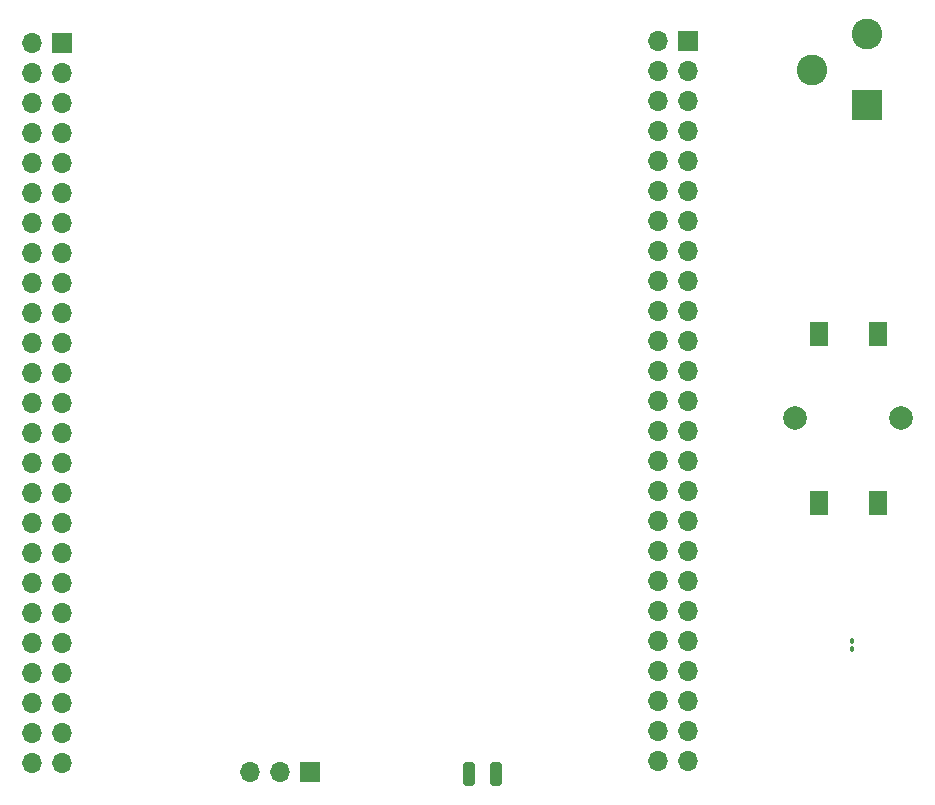
<source format=gbr>
%TF.GenerationSoftware,KiCad,Pcbnew,(7.0.0)*%
%TF.CreationDate,2023-05-31T19:24:38-06:00*%
%TF.ProjectId,STM32 LED Shield,53544d33-3220-44c4-9544-20536869656c,rev?*%
%TF.SameCoordinates,Original*%
%TF.FileFunction,Soldermask,Top*%
%TF.FilePolarity,Negative*%
%FSLAX46Y46*%
G04 Gerber Fmt 4.6, Leading zero omitted, Abs format (unit mm)*
G04 Created by KiCad (PCBNEW (7.0.0)) date 2023-05-31 19:24:38*
%MOMM*%
%LPD*%
G01*
G04 APERTURE LIST*
G04 Aperture macros list*
%AMRoundRect*
0 Rectangle with rounded corners*
0 $1 Rounding radius*
0 $2 $3 $4 $5 $6 $7 $8 $9 X,Y pos of 4 corners*
0 Add a 4 corners polygon primitive as box body*
4,1,4,$2,$3,$4,$5,$6,$7,$8,$9,$2,$3,0*
0 Add four circle primitives for the rounded corners*
1,1,$1+$1,$2,$3*
1,1,$1+$1,$4,$5*
1,1,$1+$1,$6,$7*
1,1,$1+$1,$8,$9*
0 Add four rect primitives between the rounded corners*
20,1,$1+$1,$2,$3,$4,$5,0*
20,1,$1+$1,$4,$5,$6,$7,0*
20,1,$1+$1,$6,$7,$8,$9,0*
20,1,$1+$1,$8,$9,$2,$3,0*%
G04 Aperture macros list end*
%ADD10C,2.000000*%
%ADD11R,1.500000X2.000000*%
%ADD12RoundRect,0.100000X-0.100000X0.130000X-0.100000X-0.130000X0.100000X-0.130000X0.100000X0.130000X0*%
%ADD13RoundRect,0.250000X-0.250000X-0.750000X0.250000X-0.750000X0.250000X0.750000X-0.250000X0.750000X0*%
%ADD14R,1.700000X1.700000*%
%ADD15O,1.700000X1.700000*%
%ADD16R,2.600000X2.600000*%
%ADD17C,2.600000*%
G04 APERTURE END LIST*
D10*
%TO.C,S1*%
X148873600Y-91033600D03*
X139873600Y-91033600D03*
D11*
X146873599Y-83883599D03*
X146873599Y-98183599D03*
X141873599Y-83883599D03*
X141873599Y-98183599D03*
%TD*%
D12*
%TO.C,R1*%
X144678400Y-109900800D03*
X144678400Y-110540800D03*
%TD*%
D13*
%TO.C,J6*%
X114577200Y-121158000D03*
%TD*%
D14*
%TO.C,J2*%
X130759199Y-59131199D03*
D15*
X128219199Y-59131199D03*
X130759199Y-61671199D03*
X128219199Y-61671199D03*
X130759199Y-64211199D03*
X128219199Y-64211199D03*
X130759199Y-66751199D03*
X128219199Y-66751199D03*
X130759199Y-69291199D03*
X128219199Y-69291199D03*
X130759199Y-71831199D03*
X128219199Y-71831199D03*
X130759199Y-74371199D03*
X128219199Y-74371199D03*
X130759199Y-76911199D03*
X128219199Y-76911199D03*
X130759199Y-79451199D03*
X128219199Y-79451199D03*
X130759199Y-81991199D03*
X128219199Y-81991199D03*
X130759199Y-84531199D03*
X128219199Y-84531199D03*
X130759199Y-87071199D03*
X128219199Y-87071199D03*
X130759199Y-89611199D03*
X128219199Y-89611199D03*
X130759199Y-92151199D03*
X128219199Y-92151199D03*
X130759199Y-94691199D03*
X128219199Y-94691199D03*
X130759199Y-97231199D03*
X128219199Y-97231199D03*
X130759199Y-99771199D03*
X128219199Y-99771199D03*
X130759199Y-102311199D03*
X128219199Y-102311199D03*
X130759199Y-104851199D03*
X128219199Y-104851199D03*
X130759199Y-107391199D03*
X128219199Y-107391199D03*
X130759199Y-109931199D03*
X128219199Y-109931199D03*
X130759199Y-112471199D03*
X128219199Y-112471199D03*
X130759199Y-115011199D03*
X128219199Y-115011199D03*
X130759199Y-117551199D03*
X128219199Y-117551199D03*
X130759199Y-120091199D03*
X128219199Y-120091199D03*
%TD*%
D14*
%TO.C,J1*%
X77825599Y-59232799D03*
D15*
X75285599Y-59232799D03*
X77825599Y-61772799D03*
X75285599Y-61772799D03*
X77825599Y-64312799D03*
X75285599Y-64312799D03*
X77825599Y-66852799D03*
X75285599Y-66852799D03*
X77825599Y-69392799D03*
X75285599Y-69392799D03*
X77825599Y-71932799D03*
X75285599Y-71932799D03*
X77825599Y-74472799D03*
X75285599Y-74472799D03*
X77825599Y-77012799D03*
X75285599Y-77012799D03*
X77825599Y-79552799D03*
X75285599Y-79552799D03*
X77825599Y-82092799D03*
X75285599Y-82092799D03*
X77825599Y-84632799D03*
X75285599Y-84632799D03*
X77825599Y-87172799D03*
X75285599Y-87172799D03*
X77825599Y-89712799D03*
X75285599Y-89712799D03*
X77825599Y-92252799D03*
X75285599Y-92252799D03*
X77825599Y-94792799D03*
X75285599Y-94792799D03*
X77825599Y-97332799D03*
X75285599Y-97332799D03*
X77825599Y-99872799D03*
X75285599Y-99872799D03*
X77825599Y-102412799D03*
X75285599Y-102412799D03*
X77825599Y-104952799D03*
X75285599Y-104952799D03*
X77825599Y-107492799D03*
X75285599Y-107492799D03*
X77825599Y-110032799D03*
X75285599Y-110032799D03*
X77825599Y-112572799D03*
X75285599Y-112572799D03*
X77825599Y-115112799D03*
X75285599Y-115112799D03*
X77825599Y-117652799D03*
X75285599Y-117652799D03*
X77825599Y-120192799D03*
X75285599Y-120192799D03*
%TD*%
D13*
%TO.C,J5*%
X112217200Y-121158000D03*
%TD*%
D16*
%TO.C,J3*%
X145987199Y-64518399D03*
D17*
X145987200Y-58518400D03*
X141287200Y-61518400D03*
%TD*%
D14*
%TO.C,J4*%
X98755199Y-121005599D03*
D15*
X96215199Y-121005599D03*
X93675199Y-121005599D03*
%TD*%
M02*

</source>
